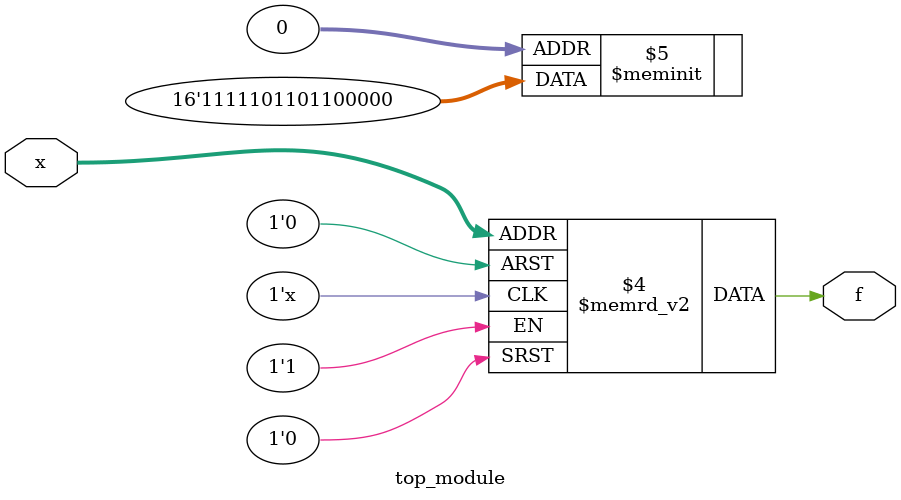
<source format=sv>
module top_module (
    input [4:1] x,
    output logic f
);

    always_comb begin
        case (x)
            4'b0000, 4'b0001, 4'b0010, 4'b0011: f = 1'b0; // rows 00
            4'b0100, 4'b0111, 4'b1010: f = 1'b0;
            4'b0101, 4'b0110, 4'b1000, 4'b1001, 4'b1100, 4'b1101: f = 1'b1;
            default: f = 1'b1; // Other values based on the map
        endcase
    end

endmodule

</source>
